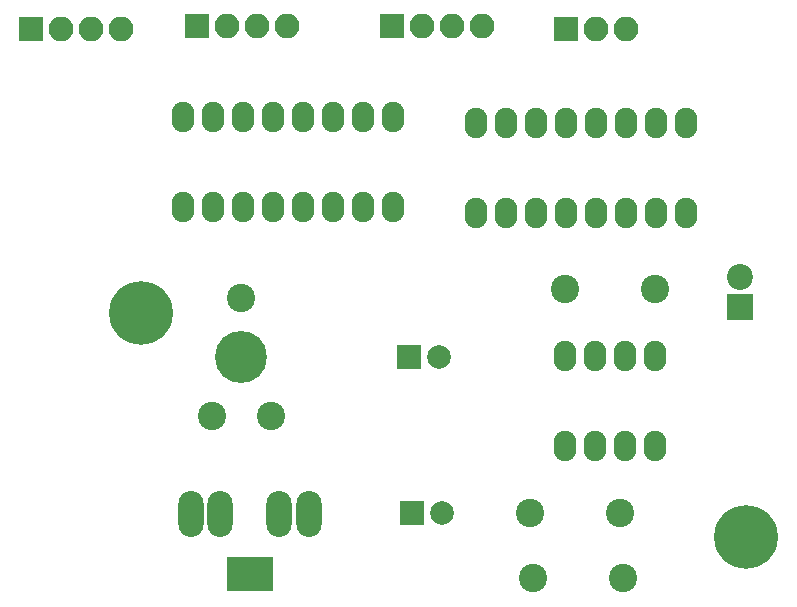
<source format=gbr>
G04 #@! TF.FileFunction,Soldermask,Bot*
%FSLAX46Y46*%
G04 Gerber Fmt 4.6, Leading zero omitted, Abs format (unit mm)*
G04 Created by KiCad (PCBNEW 4.0.7) date 07/20/18 00:39:32*
%MOMM*%
%LPD*%
G01*
G04 APERTURE LIST*
%ADD10C,0.100000*%
%ADD11C,5.400000*%
%ADD12R,2.000000X2.000000*%
%ADD13C,2.000000*%
%ADD14R,2.200000X2.200000*%
%ADD15C,2.200000*%
%ADD16R,2.100000X2.100000*%
%ADD17O,2.100000X2.100000*%
%ADD18R,3.900000X2.900000*%
%ADD19O,2.150000X3.900000*%
%ADD20C,2.398980*%
%ADD21C,4.400500*%
%ADD22O,1.901140X2.599640*%
G04 APERTURE END LIST*
D10*
D11*
X103000000Y-98750000D03*
X51750000Y-79750000D03*
D12*
X74500000Y-83500000D03*
D13*
X77000000Y-83500000D03*
D14*
X102500000Y-79250000D03*
D15*
X102500000Y-76710000D03*
D16*
X73000000Y-55500000D03*
D17*
X75540000Y-55500000D03*
X78080000Y-55500000D03*
X80620000Y-55500000D03*
D16*
X42500000Y-55750000D03*
D17*
X45040000Y-55750000D03*
X47580000Y-55750000D03*
X50120000Y-55750000D03*
D16*
X56500000Y-55500000D03*
D17*
X59040000Y-55500000D03*
X61580000Y-55500000D03*
X64120000Y-55500000D03*
D18*
X61000000Y-101846000D03*
D19*
X56000000Y-96840000D03*
X66000000Y-96840000D03*
X58500000Y-96840000D03*
X63500000Y-96840000D03*
D20*
X95310000Y-77750000D03*
X87690000Y-77750000D03*
X92560000Y-102250000D03*
X84940000Y-102250000D03*
X57750640Y-88501260D03*
X60250000Y-78498740D03*
X62749360Y-88501260D03*
D21*
X60250000Y-83500000D03*
D22*
X73140000Y-63190000D03*
X70600000Y-63190000D03*
X68060000Y-63190000D03*
X65520000Y-63190000D03*
X62980000Y-63190000D03*
X60440000Y-63190000D03*
X57900000Y-63190000D03*
X55360000Y-63190000D03*
X55360000Y-70810000D03*
X57900000Y-70810000D03*
X60440000Y-70810000D03*
X62980000Y-70810000D03*
X65520000Y-70810000D03*
X68060000Y-70810000D03*
X70600000Y-70810000D03*
X73140000Y-70810000D03*
X87690000Y-91060000D03*
X90230000Y-91060000D03*
X92770000Y-91060000D03*
X95310000Y-91060000D03*
X95310000Y-83440000D03*
X92770000Y-83440000D03*
X90230000Y-83440000D03*
X87690000Y-83440000D03*
X80110000Y-71310000D03*
X82650000Y-71310000D03*
X85190000Y-71310000D03*
X87730000Y-71310000D03*
X90270000Y-71310000D03*
X92810000Y-71310000D03*
X95350000Y-71310000D03*
X97890000Y-71310000D03*
X97890000Y-63690000D03*
X95350000Y-63690000D03*
X92810000Y-63690000D03*
X90270000Y-63690000D03*
X87730000Y-63690000D03*
X85190000Y-63690000D03*
X82650000Y-63690000D03*
X80110000Y-63690000D03*
D12*
X74750000Y-96750000D03*
D13*
X77250000Y-96750000D03*
D20*
X84690000Y-96750000D03*
X92310000Y-96750000D03*
D16*
X87750000Y-55750000D03*
D17*
X90290000Y-55750000D03*
X92830000Y-55750000D03*
M02*

</source>
